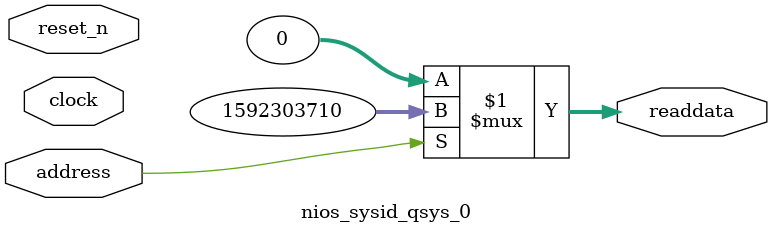
<source format=v>



// synthesis translate_off
`timescale 1ns / 1ps
// synthesis translate_on

// turn off superfluous verilog processor warnings 
// altera message_level Level1 
// altera message_off 10034 10035 10036 10037 10230 10240 10030 

module nios_sysid_qsys_0 (
               // inputs:
                address,
                clock,
                reset_n,

               // outputs:
                readdata
             )
;

  output  [ 31: 0] readdata;
  input            address;
  input            clock;
  input            reset_n;

  wire    [ 31: 0] readdata;
  //control_slave, which is an e_avalon_slave
  assign readdata = address ? 1592303710 : 0;

endmodule



</source>
